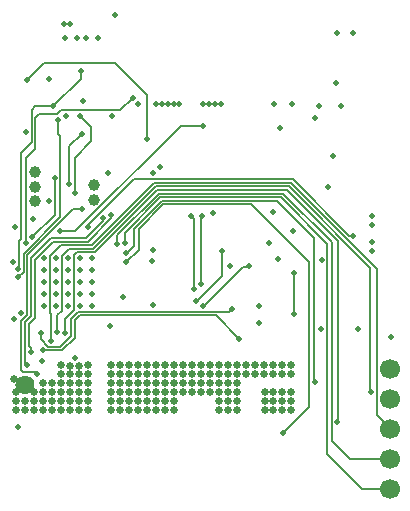
<source format=gbr>
G04 DipTrace 3.1.0.0*
G04 Inner.gbr*
%MOIN*%
G04 #@! TF.FileFunction,Copper,L2,Inr*
G04 #@! TF.Part,Single*
%ADD23C,0.02*%
%ADD33C,0.03937*%
%ADD53C,0.064*%
%ADD59C,0.066929*%
G04 #@! TA.AperFunction,Conductor*
%ADD14C,0.006*%
G04 #@! TA.AperFunction,ViaPad*
%ADD66C,0.025*%
%FSLAX26Y26*%
G04*
G70*
G90*
G75*
G01*
G04 Inner1_Plane*
%LPD*%
X625701Y1435701D2*
D14*
Y1553193D1*
X680701Y1608193D1*
Y1654701D1*
X643701Y1691701D1*
X606701Y1465701D2*
Y1590701D1*
X649701Y1633701D1*
X436701Y1155701D2*
X437701D1*
X455701Y1173701D1*
Y1233701D1*
X577591Y1355591D1*
Y1625914D1*
X569701Y1633803D1*
Y1679701D1*
X436701Y1181701D2*
X440701D1*
Y1276705D1*
X446701Y1282705D1*
Y1569020D1*
X481701Y1604020D1*
Y1712701D1*
X493701Y1724701D1*
X552701D1*
X644701Y1816701D1*
Y1842701D1*
X650701Y1381701D2*
X620701D1*
X467701Y1228701D1*
Y1029701D1*
X447701Y1009701D1*
Y845701D1*
X453701Y839701D1*
X498701D1*
Y830701D1*
X719701Y1350701D2*
Y1343701D1*
X661701Y1285701D1*
X546701D1*
X479701Y1218701D1*
Y1024701D1*
X459701Y1004701D1*
Y860701D1*
X466701D1*
X746701Y1360701D2*
Y1350701D1*
X669701Y1273701D1*
X551701D1*
X491701Y1213701D1*
Y1019701D1*
X471701Y999701D1*
Y926701D1*
X478701Y919701D1*
Y904201D1*
X1030701Y1075701D2*
X1031701D1*
X1114701Y1158701D1*
Y1242701D1*
X1115701Y1243701D1*
X1051701Y1059701D2*
X1055701D1*
X1184701Y1188701D1*
X1205701D1*
Y1192701D1*
X512701Y967701D2*
Y947701D1*
X537701Y922701D1*
X576701D1*
X612701Y958701D1*
Y1015701D1*
X636701Y1039701D1*
X1138701D1*
X1148701Y1049701D1*
X518701Y913701D2*
Y910701D1*
X581701D1*
X624701Y953701D1*
Y1010701D1*
X641701Y1027701D1*
X1095701D1*
X1173701Y949701D1*
X465701Y1813701D2*
Y1810701D1*
X523701Y1868701D1*
X760701D1*
X866701Y1762701D1*
Y1614701D1*
X865701Y1615701D1*
X462701Y1269701D2*
Y1552024D1*
X493701Y1583024D1*
Y1686705D1*
X505701Y1698705D1*
X565095D1*
X578303Y1711914D1*
X776914D1*
X818701Y1753701D1*
X796701Y1204701D2*
X838701Y1246701D1*
Y1315701D1*
X920701Y1397701D1*
X1213701D1*
X1406701Y1204701D1*
Y723701D1*
X1319701Y636701D1*
X796701Y1234701D2*
X798701D1*
X821701Y1257701D1*
Y1315701D1*
X915701Y1409701D1*
X1300701D1*
X1423701Y1286701D1*
Y808701D1*
X1426701Y805701D1*
X593701Y970201D2*
Y1016701D1*
X623701Y1046701D1*
Y1227701D1*
X633701Y1237701D1*
X692701D1*
X900701Y1445701D1*
X1332701D1*
X1502701Y1275701D1*
Y675701D1*
X1500701Y673701D1*
X567701Y970701D2*
Y1027701D1*
X583701Y1043701D1*
Y1225701D1*
X607701Y1249701D1*
X687701D1*
X895701Y1457701D1*
X1339701D1*
X1610701Y1186701D1*
Y771701D1*
X1611701Y772701D1*
X1551701Y1293701D2*
X1539701D1*
X1351701Y1481701D1*
X822701D1*
X663701Y1322701D1*
X668701D1*
X1052469Y1660103D2*
X978103D1*
X625701Y1307701D1*
X575701D1*
X1045701Y1131701D2*
Y1357547D1*
X1048441D1*
X1013701Y1357701D2*
X1022701Y1348701D1*
Y1115701D1*
X1357701Y1169701D2*
Y1030701D1*
X766701Y1266701D2*
Y1294701D1*
X905701Y1433701D1*
X1319701D1*
X1481701Y1271701D1*
Y608701D1*
X1541701Y548701D1*
X1676701D1*
X1677701Y549701D1*
X792701Y1267701D2*
Y1303701D1*
X910701Y1421701D1*
X1311701D1*
X1467701Y1265701D1*
Y564701D1*
X1582701Y449701D1*
X1677701D1*
X483701Y1288701D2*
X558591Y1363591D1*
Y1486906D1*
X545701Y941701D2*
X547701Y943701D1*
Y1031701D1*
X543701Y1035701D1*
Y1226701D1*
X578701Y1261701D1*
X682701D1*
X890701Y1469701D1*
X1346701D1*
X1633701Y1182701D1*
Y694701D1*
X1677701Y650701D1*
Y649701D1*
D23*
X523701Y1218701D3*
X436701Y1181701D3*
Y1155701D3*
X466701Y860701D3*
X514701Y876701D3*
X512701Y967701D3*
X518701Y913701D3*
X567701Y970701D3*
X593701Y970201D3*
X523701Y1178701D3*
X498701Y830701D3*
X478701Y904201D3*
X625701Y884201D3*
X1615701Y1359701D3*
X784701Y1088701D3*
X1051701Y1059701D3*
X1030701Y1075701D3*
X885701Y1060701D3*
X1357701Y1169701D3*
Y1030701D3*
D66*
X926701Y860701D3*
D23*
X741701Y992701D3*
X884701Y1246701D3*
X483701Y1288701D3*
X462701Y1269701D3*
X746701Y1360701D3*
X719701Y1350701D3*
X650701Y1381701D3*
X668701Y1322701D3*
X575701Y1307701D3*
X606701Y1465701D3*
X625701Y1435701D3*
X883701Y1209701D3*
X633415Y1953701D3*
X663415D3*
X523701Y1138701D3*
X1495701Y1800701D3*
X653701Y1740701D3*
X418701Y1204701D3*
X423701Y1014701D3*
X1115701Y1243701D3*
D66*
X926701Y830701D3*
D23*
X523701Y1098701D3*
Y1058701D3*
X540701Y1814701D3*
X563701Y1218701D3*
X462701Y1637701D3*
X563701Y1178701D3*
Y1138701D3*
X590701Y1998701D3*
X608701D3*
X563701Y1098701D3*
X569701Y1679701D3*
X1553701Y1968701D3*
X736701Y1502701D3*
X886701Y1500701D3*
X1469701Y1455701D3*
X865701Y1615701D3*
X465701Y1813701D3*
X836614Y1731995D3*
X1289370D3*
X1445701Y982701D3*
X595701Y1691701D3*
D66*
X421201Y816701D3*
D23*
X643701Y1691701D3*
X649701Y1633701D3*
X644701Y1842701D3*
X552701Y1724701D3*
D66*
X430701Y770701D3*
D23*
X760341Y2028701D3*
D66*
X430701Y740701D3*
Y710701D3*
D23*
X487701Y1347701D3*
X539588Y1408292D3*
X1240761Y1060118D3*
X1240701Y1000701D3*
X427701Y1320701D3*
X563701Y1058701D3*
X603701Y1218701D3*
Y1178701D3*
Y1138701D3*
Y1098701D3*
Y1058701D3*
X1615701Y1329701D3*
X643701Y1218701D3*
X1287701Y1371701D3*
X748320Y1692914D3*
X895670Y1731995D3*
X915355D3*
X935040D3*
X954725D3*
X974410D3*
X1053150D3*
X1072835D3*
X1092520D3*
X1112205D3*
X1309055Y1653832D3*
X1348701Y1730701D3*
X1615701Y1272701D3*
X703415Y1953701D3*
X593415D3*
X1448701Y1213701D3*
X1301124Y1215843D3*
X1143701Y1192701D3*
X1272121Y1269292D3*
X643701Y1178701D3*
X444701Y1034701D3*
X643701Y1138701D3*
Y1098701D3*
Y1058701D3*
X683701Y1218701D3*
D66*
X460701Y740701D3*
Y710701D3*
D23*
X683701Y1178701D3*
Y1138701D3*
Y1098701D3*
Y1058701D3*
X766701Y1266701D3*
X792701Y1267701D3*
X796701Y1234701D3*
Y1204701D3*
X545701Y941701D3*
D66*
X926701Y800701D3*
Y770701D3*
X490701D3*
Y740701D3*
Y710701D3*
X926701Y740701D3*
Y710701D3*
X956701Y860701D3*
Y830701D3*
Y800701D3*
Y770701D3*
Y740701D3*
Y710701D3*
D23*
X1678701Y955701D3*
X1615701Y1242701D3*
D66*
X520701Y770701D3*
Y740701D3*
Y710701D3*
Y800701D3*
X550701D3*
D23*
X1551701Y1293701D3*
D66*
X550701Y770701D3*
Y740701D3*
Y710701D3*
X580701Y860701D3*
Y830701D3*
Y800701D3*
Y770701D3*
Y740701D3*
Y710701D3*
X610701Y859701D3*
Y830701D3*
Y800701D3*
Y770701D3*
Y740701D3*
Y710701D3*
X640701Y859701D3*
Y830701D3*
Y800701D3*
Y770701D3*
Y740701D3*
Y710701D3*
X670701Y860701D3*
Y830701D3*
Y800701D3*
Y770701D3*
Y740701D3*
Y710701D3*
X746701Y860701D3*
Y830701D3*
Y800701D3*
Y770701D3*
Y740701D3*
Y710701D3*
X776701Y860701D3*
Y830701D3*
Y800701D3*
Y770701D3*
Y740701D3*
Y710701D3*
X806701Y860701D3*
Y830701D3*
Y800701D3*
Y770701D3*
Y740701D3*
Y710701D3*
X836701Y860701D3*
Y830701D3*
Y800701D3*
Y770701D3*
Y740701D3*
Y710701D3*
X866701Y860701D3*
Y830701D3*
Y800701D3*
Y770701D3*
Y740701D3*
Y710701D3*
X896701Y860701D3*
Y830701D3*
Y800701D3*
Y770701D3*
Y740701D3*
Y710701D3*
D23*
X1426701Y805701D3*
X1611701Y772701D3*
X1500701Y673701D3*
X1319701Y636701D3*
X1568701Y982701D3*
X1499292Y1968814D3*
X1439701Y1725701D3*
X1512701Y1724701D3*
X1485701Y1557701D3*
X1425701Y1684701D3*
X1173701Y949701D3*
X1205701Y1192701D3*
X1148701Y1049701D3*
X818701Y1753701D3*
X1052469Y1660103D3*
X1048441Y1357547D3*
X1045701Y1131701D3*
X1022701Y1115701D3*
X1013701Y1357701D3*
X558591Y1486906D3*
X1353701Y1307701D3*
X1086701Y1369701D3*
X908701Y1523701D3*
D66*
X1076701Y860701D3*
Y830701D3*
Y800701D3*
Y770701D3*
X1106701Y860701D3*
Y830701D3*
Y800701D3*
Y770701D3*
Y740701D3*
Y710701D3*
X986701Y860701D3*
Y830701D3*
Y800701D3*
Y770701D3*
X1016701Y860701D3*
Y830701D3*
Y800701D3*
Y770701D3*
X1046701Y860701D3*
Y830701D3*
Y800701D3*
Y770701D3*
X1316701Y860701D3*
Y830701D3*
Y770701D3*
Y740701D3*
Y710701D3*
X1346701Y860701D3*
Y830701D3*
Y770701D3*
Y740701D3*
Y710701D3*
X1136701Y860701D3*
Y830701D3*
Y800701D3*
Y770701D3*
Y740701D3*
Y710701D3*
X1166701Y860701D3*
Y830701D3*
Y800701D3*
Y770701D3*
Y740701D3*
Y710701D3*
X1196701Y860701D3*
Y832701D3*
X1226701Y860701D3*
Y833701D3*
X1256701Y860701D3*
Y830701D3*
X1260701Y770701D3*
Y740701D3*
Y710701D3*
X1286701Y860701D3*
Y830701D3*
Y770701D3*
Y740701D3*
Y710701D3*
D23*
X435709Y655701D3*
D33*
X492126Y1407481D3*
Y1456693D3*
Y1505906D3*
X688977Y1412402D3*
Y1461614D3*
D53*
X459448Y796743D3*
D59*
X1677701Y449701D3*
Y549701D3*
Y649701D3*
Y749701D3*
Y849701D3*
M02*

</source>
